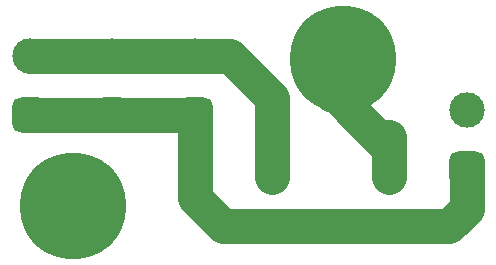
<source format=gbr>
%TF.GenerationSoftware,KiCad,Pcbnew,8.0.5*%
%TF.CreationDate,2024-12-06T12:49:07-05:00*%
%TF.ProjectId,RailsidePDB,5261696c-7369-4646-9550-44422e6b6963,rev?*%
%TF.SameCoordinates,Original*%
%TF.FileFunction,Copper,L2,Bot*%
%TF.FilePolarity,Positive*%
%FSLAX46Y46*%
G04 Gerber Fmt 4.6, Leading zero omitted, Abs format (unit mm)*
G04 Created by KiCad (PCBNEW 8.0.5) date 2024-12-06 12:49:07*
%MOMM*%
%LPD*%
G01*
G04 APERTURE LIST*
G04 Aperture macros list*
%AMRoundRect*
0 Rectangle with rounded corners*
0 $1 Rounding radius*
0 $2 $3 $4 $5 $6 $7 $8 $9 X,Y pos of 4 corners*
0 Add a 4 corners polygon primitive as box body*
4,1,4,$2,$3,$4,$5,$6,$7,$8,$9,$2,$3,0*
0 Add four circle primitives for the rounded corners*
1,1,$1+$1,$2,$3*
1,1,$1+$1,$4,$5*
1,1,$1+$1,$6,$7*
1,1,$1+$1,$8,$9*
0 Add four rect primitives between the rounded corners*
20,1,$1+$1,$2,$3,$4,$5,0*
20,1,$1+$1,$4,$5,$6,$7,0*
20,1,$1+$1,$6,$7,$8,$9,0*
20,1,$1+$1,$8,$9,$2,$3,0*%
G04 Aperture macros list end*
%TA.AperFunction,WasherPad*%
%ADD10C,9.000000*%
%TD*%
%TA.AperFunction,ComponentPad*%
%ADD11RoundRect,0.750000X0.750000X-0.750000X0.750000X0.750000X-0.750000X0.750000X-0.750000X-0.750000X0*%
%TD*%
%TA.AperFunction,ComponentPad*%
%ADD12C,3.000000*%
%TD*%
%TA.AperFunction,ComponentPad*%
%ADD13C,2.780000*%
%TD*%
%TA.AperFunction,Conductor*%
%ADD14C,3.000000*%
%TD*%
%TA.AperFunction,Conductor*%
%ADD15C,1.500000*%
%TD*%
G04 APERTURE END LIST*
D10*
%TO.P,,*%
%TO.N,*%
X75150000Y-79125000D03*
%TD*%
%TO.P,,*%
%TO.N,*%
X98025000Y-66750000D03*
%TD*%
D11*
%TO.P,BT2,1,+*%
%TO.N,Net-(BT1-+)*%
X78500000Y-71500000D03*
D12*
%TO.P,BT2,2,-*%
%TO.N,Net-(BT1--)*%
X78500000Y-66500000D03*
%TD*%
D11*
%TO.P,BT3,1,+*%
%TO.N,Net-(BT1-+)*%
X71500000Y-71500000D03*
D12*
%TO.P,BT3,2,-*%
%TO.N,Net-(BT1--)*%
X71500000Y-66500000D03*
%TD*%
D11*
%TO.P,BT4,1,+*%
%TO.N,Net-(BT1-+)*%
X108500000Y-76000000D03*
D12*
%TO.P,BT4,2,-*%
%TO.N,Net-(BT4--)*%
X108500000Y-71000000D03*
%TD*%
D13*
%TO.P,Fuse,1*%
%TO.N,Net-(BT1--)*%
X92040000Y-73300000D03*
X92040000Y-76700000D03*
%TO.P,Fuse,2*%
%TO.N,Net-(SW1-A)*%
X101960000Y-73300000D03*
X101960000Y-76700000D03*
%TD*%
D11*
%TO.P,BT1,1,+*%
%TO.N,Net-(BT1-+)*%
X85500000Y-71500000D03*
D12*
%TO.P,BT1,2,-*%
%TO.N,Net-(BT1--)*%
X85500000Y-66500000D03*
%TD*%
D14*
%TO.N,Net-(SW1-A)*%
X97100000Y-69800000D02*
X97460000Y-69800000D01*
X95380000Y-68080000D02*
X97100000Y-69800000D01*
X95380000Y-67000000D02*
X95380000Y-68080000D01*
X97460000Y-69800000D02*
X101960000Y-74300000D01*
%TO.N,Net-(BT1-+)*%
X108500000Y-79400000D02*
X107000000Y-80900000D01*
X108500000Y-76110000D02*
X108500000Y-79400000D01*
X85500000Y-71500000D02*
X71500000Y-71500000D01*
X85500000Y-78500000D02*
X85500000Y-71500000D01*
X87900000Y-80900000D02*
X85500000Y-78500000D01*
%TO.N,Net-(BT1--)*%
X88500000Y-66500000D02*
X71500000Y-66500000D01*
X92040000Y-73300000D02*
X92040000Y-70040000D01*
X92040000Y-70040000D02*
X88500000Y-66500000D01*
%TO.N,Net-(BT1-+)*%
X107000000Y-80900000D02*
X87900000Y-80900000D01*
D15*
X78650000Y-71000000D02*
X78600000Y-70950000D01*
D14*
%TO.N,Net-(BT1--)*%
X92040000Y-73300000D02*
X92040000Y-76700000D01*
%TO.N,Net-(SW1-A)*%
X101960000Y-73300000D02*
X101960000Y-76700000D01*
%TD*%
M02*

</source>
